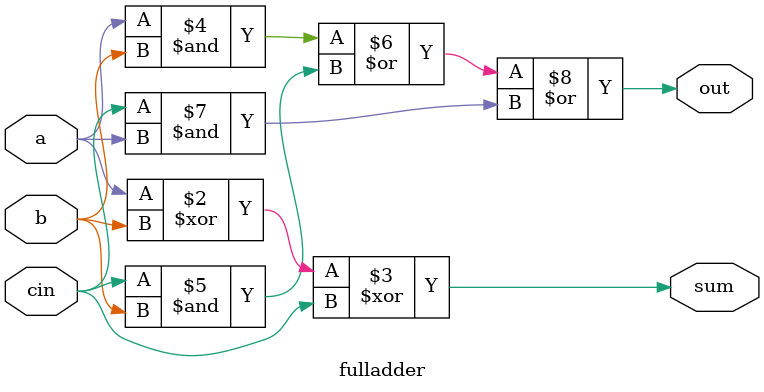
<source format=v>
module fulladder(a,b,cin,sum,out);
input a, b, cin;
output reg sum, out;
always @(*)
begin
 sum = a ^ b ^ cin;
 out = (a & b)|(cin&b) |(cin&a);

 end

endmodule
</source>
